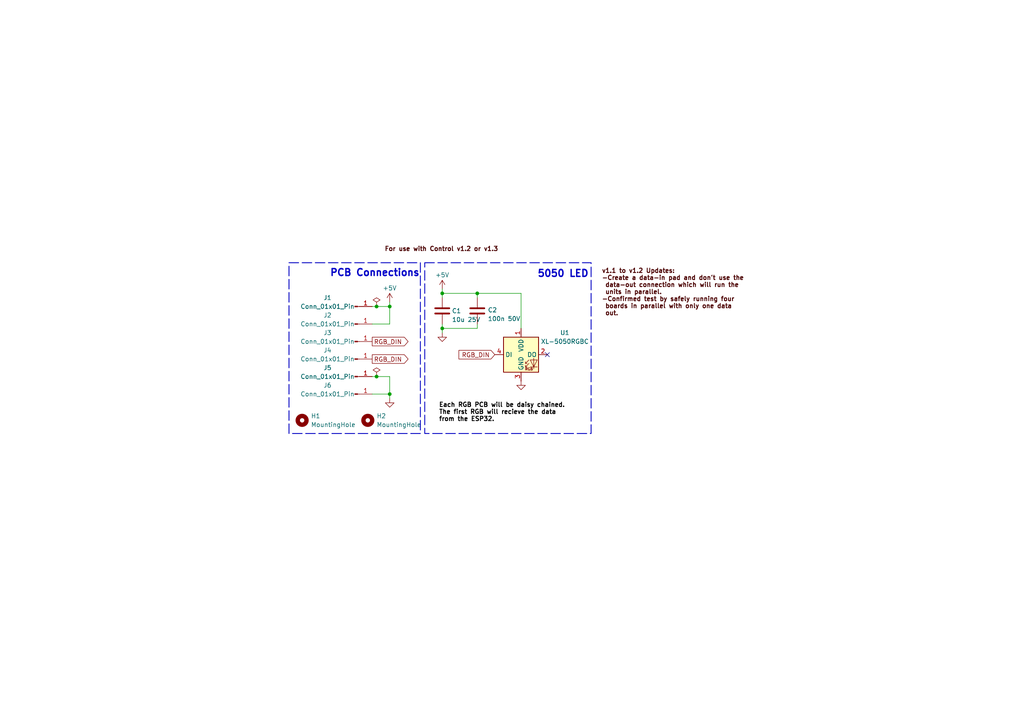
<source format=kicad_sch>
(kicad_sch (version 20231120) (generator "eeschema") (generator_version "8.0")
  (paper "A4")
  (lib_symbols
    (symbol "Connector:Conn_01x01_Pin" (pin_names (offset 1.016) hide)
      (property "Reference" "J" (at 0 2.54 0))
      (property "Value" "Conn_01x01_Pin" (at 0 -2.54 0))
      (symbol "Conn_01x01_Pin_1_1"
        (polyline (pts (xy 1.27 0) (xy 0.8636 0)) (stroke (width 0.1524)))
        (rectangle (start 0.8636 0.127) (end 0 -0.127) (stroke (width 0.1524)) (fill (type outline)))
        (pin passive line (at 5.08 0 180) (length 3.81) (name "Pin_1") (number "1"))
      )
    )
    (symbol "Device:C" (pin_numbers hide) (pin_names (offset 0.254))
      (property "Reference" "C" (at 0.635 2.54 0))
      (property "Value" "C" (at 0.635 -2.54 0))
      (symbol "C_0_1"
        (polyline (pts (xy -2.032 -0.762) (xy 2.032 -0.762)) (stroke (width 0.508)))
        (polyline (pts (xy -2.032 0.762) (xy 2.032 0.762)) (stroke (width 0.508)))
      )
      (symbol "C_1_1"
        (pin passive line (at 0 3.81 270) (length 2.794) (name "~") (number "1"))
        (pin passive line (at 0 -3.81 90) (length 2.794) (name "~") (number "2"))
      )
    )
    (symbol "Diodes:UXL-5050RGBC-WS2812B"
      (property "Reference" "U" (at 22.352 14.986 0))
      (property "Value" "XL-5050RGBC" (at 22.606 12.954 0))
      (symbol "UXL-5050RGBC-WS2812B_0_0"
        (text "RGB" (at 2.286 -4.191 0) (effects (font (size 0.762 0.762))))
      )
      (symbol "UXL-5050RGBC-WS2812B_0_1"
        (rectangle (start -5.08 5.08) (end 5.08 -5.08) (stroke (width 0.254)) (fill (type background)))
        (polyline (pts (xy 1.27 -3.556) (xy 1.778 -3.556)))
        (polyline (pts (xy 1.27 -2.54) (xy 1.778 -2.54)))
        (polyline (pts (xy 4.699 -3.556) (xy 2.667 -3.556)))
        (polyline (pts (xy 2.286 -2.54) (xy 1.27 -3.556) (xy 1.27 -3.048)))
        (polyline (pts (xy 2.286 -1.524) (xy 1.27 -2.54) (xy 1.27 -2.032)))
        (polyline (pts (xy 3.683 -1.016) (xy 3.683 -3.556) (xy 3.683 -4.064)))
        (polyline (pts (xy 4.699 -1.524) (xy 2.667 -1.524) (xy 3.683 -3.556) (xy 4.699 -1.524)))
      )
      (symbol "UXL-5050RGBC-WS2812B_1_1"
        (pin power_in line (at 0 7.62 270) (length 2.54) (name "VDD") (number "1"))
        (pin output line (at 7.62 0 180) (length 2.54) (name "DO") (number "2"))
        (pin power_in line (at 0 -7.62 90) (length 2.54) (name "GND") (number "3"))
        (pin input line (at -7.62 0 0) (length 2.54) (name "DI") (number "4"))
      )
    )
    (symbol "Mechanical:MountingHole" (pin_names (offset 1.016)) (exclude_from_sim yes) (in_bom no)
      (property "Reference" "H" (at 0 5.08 0))
      (property "Value" "MountingHole" (at 0 3.175 0))
      (symbol "MountingHole_0_1"
        (circle (center 0 0) (radius 1.27) (stroke (width 1.27)))
      )
    )
    (symbol "power:GND" (power) (pin_numbers hide) (pin_names (offset 0) hide)
      (property "Value" "GND" (at 0 -3.81 0))
      (symbol "GND_0_1"
        (polyline (pts (xy 0 0) (xy 0 -1.27) (xy 1.27 -1.27) (xy 0 -2.54) (xy -1.27 -1.27) (xy 0 -1.27)))
      )
      (symbol "GND_1_1"
        (pin power_in line (at 0 0 270) (length 0) (name "~") (number "1"))
      )
    )
    (symbol "power:PWR_FLAG" (power) (pin_numbers hide) (pin_names (offset 0) hide)
      (property "Value" "PWR_FLAG" (at 0 3.81 0))
      (symbol "PWR_FLAG_0_0"
        (pin power_out line (at 0 0 90) (length 0) (name "~") (number "1"))
      )
      (symbol "PWR_FLAG_0_1"
        (polyline (pts (xy 0 0) (xy 0 1.27) (xy -1.016 1.905) (xy 0 2.54) (xy 1.016 1.905) (xy 0 1.27)))
      )
    )
    (symbol "power:VDD" (power) (pin_numbers hide) (pin_names (offset 0) hide)
      (property "Value" "VDD" (at 0 3.556 0))
      (symbol "VDD_0_1"
        (polyline (pts (xy -0.762 1.27) (xy 0 2.54)))
        (polyline (pts (xy 0 0) (xy 0 2.54)))
        (polyline (pts (xy 0 2.54) (xy 0.762 1.27)))
      )
      (symbol "VDD_1_1"
        (pin power_in line (at 0 0 90) (length 0) (name "~") (number "1"))
      )
    )
  )
  (junction (at 109.22 88.9))
  (junction (at 113.03 88.9))
  (junction (at 113.03 114.3))
  (junction (at 128.27 85.09))
  (junction (at 109.22 109.22))
  (junction (at 138.43 85.09))
  (junction (at 128.27 95.25))
  (no_connect (at 158.75 102.87))
  (wire (pts (xy 138.43 85.09) (xy 128.27 85.09)))
  (wire (pts (xy 128.27 83.82) (xy 128.27 85.09)))
  (wire (pts (xy 128.27 95.25) (xy 128.27 93.98)))
  (wire (pts (xy 113.03 88.9) (xy 113.03 93.98)))
  (wire (pts (xy 128.27 96.52) (xy 128.27 95.25)))
  (wire (pts (xy 113.03 87.63) (xy 113.03 88.9)))
  (wire (pts (xy 138.43 95.25) (xy 128.27 95.25)))
  (wire (pts (xy 113.03 93.98) (xy 107.95 93.98)))
  (wire (pts (xy 107.95 114.3) (xy 113.03 114.3)))
  (wire (pts (xy 113.03 109.22) (xy 109.22 109.22)))
  (wire (pts (xy 151.13 95.25) (xy 151.13 85.09)))
  (wire (pts (xy 113.03 114.3) (xy 113.03 109.22)))
  (wire (pts (xy 109.22 88.9) (xy 113.03 88.9)))
  (wire (pts (xy 107.95 88.9) (xy 109.22 88.9)))
  (wire (pts (xy 138.43 93.98) (xy 138.43 95.25)))
  (wire (pts (xy 128.27 85.09) (xy 128.27 86.36)))
  (wire (pts (xy 151.13 85.09) (xy 138.43 85.09)))
  (wire (pts (xy 109.22 109.22) (xy 107.95 109.22)))
  (wire (pts (xy 113.03 115.57) (xy 113.03 114.3)))
  (wire (pts (xy 138.43 86.36) (xy 138.43 85.09)))
  (rectangle (start 83.82 76.2) (end 121.92 125.73) (stroke (width 0.254) (type dash)))
  (rectangle (start 123.19 76.2) (end 171.45 125.73) (stroke (width 0.254) (type dash)))
  (text "v1.1 to v1.2 Updates:\n-Create a data-in pad and don't use the \n data-out connection which will run the \n units in parallel.\n-Confirmed test by safely running four\n boards in parallel with only one data \n out." (at 174.498 77.978 0) (effects (font (size 1.27 1.27) (bold yes)) (justify left top)))
  (text "PCB Connections" (at 108.712 79.248 0) (effects (font (size 2 2) (thickness 0.4) (bold yes))))
  (text "Each RGB PCB will be daisy chained. \nThe first RGB will recieve the data\nfrom the ESP32." (at 127.254 119.634 0) (effects (font (size 1.27 1.27) (thickness 0.254) (bold yes)) (justify left)))
  (text "5050 LED" (at 163.322 79.502 0) (effects (font (size 2 2) (thickness 0.4) (bold yes))))
  (text "For use with Control v1.2 or v1.3" (at 111.506 71.628 0) (effects (font (size 1.27 1.27) (bold yes)) (justify left top)))
  (global_label "RGB_DIN" (shape output) (at 107.95 99.06 0) (property "Intersheetrefs" "${INTERSHEET_REFS}" (effects (hide yes))))
  (global_label "RGB_DIN" (shape input) (at 143.51 102.87 180) (property "Intersheetrefs" "${INTERSHEET_REFS}" (effects (hide yes))))
  (global_label "RGB_DIN" (shape output) (at 107.95 104.14 0) (property "Intersheetrefs" "${INTERSHEET_REFS}" (effects (hide yes))))
  (symbol (lib_id "Diodes:UXL-5050RGBC-WS2812B") (at 151.13 102.87 0) (unit 1)
    (property "Reference" "U1" (at 163.83 96.5113 0))
    (property "Value" "XL-5050RGBC" (at 163.83 99.0513 0))
    (property "Footprint" "LED_SMD:LED_Inolux_IN-PI554FCH_PLCC4_5.0x5.0mm_P3.2mm" (effects (hide yes)))
    (property "Datasheet" "https://jlcpcb.com/partdetail/Xinglight-XL_5050RGBCWS2812B/C2843785" (effects (hide yes)))
    (property "Description" "SMD5050 RGB LEDs(Built-in IC), 5050 LED, JLCPCB, XINGLIGHT" (effects (hide yes)))
    (property "JLCPCB P/N" "C2843785" (effects (hide yes)))
  )
  (symbol (lib_id "power:PWR_FLAG") (at 109.22 88.9 0) (unit 1)
    (property "Reference" "#FLG01" (effects (hide yes)))
    (property "Value" "PWR_FLAG" (effects (hide yes)))
    (property "Description" "Special symbol for telling ERC where power comes from" (effects (hide yes)))
  )
  (symbol (lib_id "power:VDD") (at 113.03 87.63 0) (unit 1)
    (property "Reference" "#PWR08" (effects (hide yes)))
    (property "Value" "+5V" (at 113.03 83.566 0))
    (property "Description" "Power symbol creates a global label with name \"VDD\"" (effects (hide yes)))
  )
  (symbol (lib_id "power:GND") (at 128.27 96.52 0) (unit 1)
    (property "Reference" "#PWR05" (effects (hide yes)))
    (property "Value" "GND" (effects (hide yes)))
    (property "Description" "Power symbol creates a global label with name \"GND\" , ground" (effects (hide yes)))
  )
  (symbol (lib_id "Connector:Conn_01x01_Pin") (at 102.87 99.06 0) (unit 1)
    (property "Reference" "J3" (at 94.996 96.52 0))
    (property "Value" "Conn_01x01_Pin" (at 94.996 99.06 0))
    (property "Footprint" "Connector_Wire:SolderWirePad_1x01_SMD_1x2mm" (effects (hide yes)))
    (property "Description" "Generic connector, single row, 01x01, script generated" (effects (hide yes)))
    (property "JLCPCB P/N" "DNP" (effects (hide yes)))
  )
  (symbol (lib_id "Connector:Conn_01x01_Pin") (at 102.87 93.98 0) (unit 1)
    (property "Reference" "J2" (at 94.996 91.44 0))
    (property "Value" "Conn_01x01_Pin" (at 94.996 93.98 0))
    (property "Footprint" "Connector_Wire:SolderWirePad_1x01_SMD_1x2mm" (effects (hide yes)))
    (property "Description" "Generic connector, single row, 01x01, script generated" (effects (hide yes)))
    (property "JLCPCB P/N" "DNP" (effects (hide yes)))
  )
  (symbol (lib_id "power:GND") (at 113.03 115.57 0) (unit 1)
    (property "Reference" "#PWR09" (effects (hide yes)))
    (property "Value" "GND" (effects (hide yes)))
    (property "Description" "Power symbol creates a global label with name \"GND\" , ground" (effects (hide yes)))
  )
  (symbol (lib_id "power:GND") (at 151.13 110.49 0) (unit 1)
    (property "Reference" "#PWR01" (effects (hide yes)))
    (property "Value" "GND" (effects (hide yes)))
    (property "Description" "Power symbol creates a global label with name \"GND\" , ground" (effects (hide yes)))
  )
  (symbol (lib_id "Device:C") (at 138.43 90.17 0) (unit 1)
    (property "Reference" "C2" (at 141.478 89.916 0) (effects (justify left)))
    (property "Value" "100n 50V" (at 141.478 92.456 0) (effects (justify left)))
    (property "Footprint" "Capacitors:C603" (effects (hide yes)))
    (property "Description" "Unpolarized capacitor" (effects (hide yes)))
    (property "JLCPCB P/N" "C14663" (effects (hide yes)))
  )
  (symbol (lib_id "Connector:Conn_01x01_Pin") (at 102.87 88.9 0) (unit 1)
    (property "Reference" "J1" (at 94.996 86.36 0))
    (property "Value" "Conn_01x01_Pin" (at 94.996 88.9 0))
    (property "Footprint" "Connector_Wire:SolderWirePad_1x01_SMD_1x2mm" (effects (hide yes)))
    (property "Description" "Generic connector, single row, 01x01, script generated" (effects (hide yes)))
    (property "JLCPCB P/N" "DNP" (effects (hide yes)))
  )
  (symbol (lib_id "Mechanical:MountingHole") (at 106.68 121.92 0) (unit 1) (exclude_from_sim yes) (in_bom no)
    (property "Reference" "H2" (at 109.22 120.65 0) (effects (justify left)))
    (property "Value" "MountingHole" (at 109.22 123.19 0) (effects (justify left)))
    (property "Footprint" "MountingHole:MountingHole_2.5mm" (effects (hide yes)))
    (property "Description" "Mounting Hole without connection" (effects (hide yes)))
    (property "JLCPCB P/N" "DNP" (effects (hide yes)))
  )
  (symbol (lib_id "Connector:Conn_01x01_Pin") (at 102.87 109.22 0) (unit 1)
    (property "Reference" "J5" (at 94.996 106.68 0))
    (property "Value" "Conn_01x01_Pin" (at 94.996 109.22 0))
    (property "Footprint" "Connector_Wire:SolderWirePad_1x01_SMD_1x2mm" (effects (hide yes)))
    (property "Description" "Generic connector, single row, 01x01, script generated" (effects (hide yes)))
    (property "JLCPCB P/N" "DNP" (effects (hide yes)))
  )
  (symbol (lib_id "Mechanical:MountingHole") (at 87.63 121.92 0) (unit 1) (exclude_from_sim yes) (in_bom no)
    (property "Reference" "H1" (at 90.17 120.65 0) (effects (justify left)))
    (property "Value" "MountingHole" (at 90.17 123.19 0) (effects (justify left)))
    (property "Footprint" "MountingHole:MountingHole_2.5mm" (effects (hide yes)))
    (property "Description" "Mounting Hole without connection" (effects (hide yes)))
    (property "JLCPCB P/N" "DNP" (effects (hide yes)))
  )
  (symbol (lib_id "power:PWR_FLAG") (at 109.22 109.22 0) (unit 1)
    (property "Reference" "#FLG02" (effects (hide yes)))
    (property "Value" "PWR_FLAG" (effects (hide yes)))
    (property "Description" "Special symbol for telling ERC where power comes from" (effects (hide yes)))
  )
  (symbol (lib_id "Device:C") (at 128.27 90.17 0) (unit 1)
    (property "Reference" "C1" (at 131.064 90.17 0) (effects (justify left)))
    (property "Value" "10u 25V" (at 131.064 92.71 0) (effects (justify left)))
    (property "Footprint" "Capacitors:C603" (effects (hide yes)))
    (property "Description" "Unpolarized capacitor" (effects (hide yes)))
    (property "JLCPCB P/N" "C96446" (effects (hide yes)))
  )
  (symbol (lib_id "Connector:Conn_01x01_Pin") (at 102.87 114.3 0) (unit 1)
    (property "Reference" "J6" (at 94.996 111.76 0))
    (property "Value" "Conn_01x01_Pin" (at 94.996 114.3 0))
    (property "Footprint" "Connector_Wire:SolderWirePad_1x01_SMD_1x2mm" (effects (hide yes)))
    (property "Description" "Generic connector, single row, 01x01, script generated" (effects (hide yes)))
    (property "JLCPCB P/N" "DNP" (effects (hide yes)))
  )
  (symbol (lib_id "power:VDD") (at 128.27 83.82 0) (unit 1)
    (property "Reference" "#PWR02" (effects (hide yes)))
    (property "Value" "+5V" (at 128.27 79.756 0))
    (property "Description" "Power symbol creates a global label with name \"VDD\"" (effects (hide yes)))
  )
  (symbol (lib_id "Connector:Conn_01x01_Pin") (at 102.87 104.14 0) (unit 1)
    (property "Reference" "J4" (at 94.996 101.6 0))
    (property "Value" "Conn_01x01_Pin" (at 94.996 104.14 0))
    (property "Footprint" "Connector_Wire:SolderWirePad_1x01_SMD_1x2mm" (effects (hide yes)))
    (property "Description" "Generic connector, single row, 01x01, script generated" (effects (hide yes)))
    (property "JLCPCB P/N" "DNP" (effects (hide yes)))
  )
)
</source>
